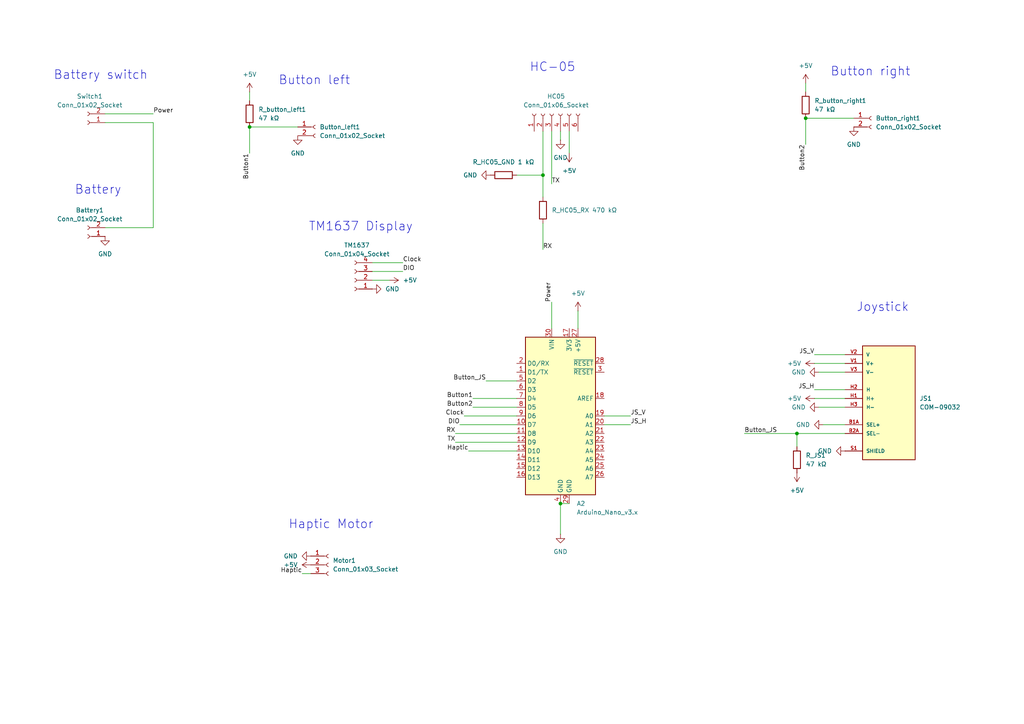
<source format=kicad_sch>
(kicad_sch (version 20250114) (generator "eeschema") (generator_version "9.0")
  (paper "A4")
  (lib_symbols
    (symbol "Connector:Conn_01x02_Socket" (pin_names (offset 1.016) (hide yes))
      (property "Reference" "J" (at 0 2.54 0))
      (property "Value" "Conn_01x02_Socket" (at 0 -5.08 0))
      (symbol "Conn_01x02_Socket_1_1"
        (polyline (pts (xy -1.27 0) (xy -0.508 0)) (stroke (width 0.1524)))
        (polyline (pts (xy -1.27 -2.54) (xy -0.508 -2.54)) (stroke (width 0.1524)))
        (arc (start 0 -0.508) (mid -0.5058 0) (end 0 0.508) (stroke (width 0.1524)))
        (arc (start 0 -3.048) (mid -0.5058 -2.54) (end 0 -2.032) (stroke (width 0.1524)))
        (pin passive line (at -5.08 0 0) (length 3.81) (name "Pin_1") (number "1"))
        (pin passive line (at -5.08 -2.54 0) (length 3.81) (name "Pin_2") (number "2"))
      )
    )
    (symbol "Connector:Conn_01x03_Socket" (pin_names (offset 1.016) (hide yes))
      (property "Reference" "J" (at 0 5.08 0))
      (property "Value" "Conn_01x03_Socket" (at 0 -5.08 0))
      (symbol "Conn_01x03_Socket_1_1"
        (polyline (pts (xy -1.27 2.54) (xy -0.508 2.54)) (stroke (width 0.1524)))
        (polyline (pts (xy -1.27 0) (xy -0.508 0)) (stroke (width 0.1524)))
        (polyline (pts (xy -1.27 -2.54) (xy -0.508 -2.54)) (stroke (width 0.1524)))
        (arc (start 0 2.032) (mid -0.5058 2.54) (end 0 3.048) (stroke (width 0.1524)))
        (arc (start 0 -0.508) (mid -0.5058 0) (end 0 0.508) (stroke (width 0.1524)))
        (arc (start 0 -3.048) (mid -0.5058 -2.54) (end 0 -2.032) (stroke (width 0.1524)))
        (pin passive line (at -5.08 2.54 0) (length 3.81) (name "Pin_1") (number "1"))
        (pin passive line (at -5.08 0 0) (length 3.81) (name "Pin_2") (number "2"))
        (pin passive line (at -5.08 -2.54 0) (length 3.81) (name "Pin_3") (number "3"))
      )
    )
    (symbol "Connector:Conn_01x04_Socket" (pin_names (offset 1.016) (hide yes))
      (property "Reference" "J" (at 0 5.08 0))
      (property "Value" "Conn_01x04_Socket" (at 0 -7.62 0))
      (symbol "Conn_01x04_Socket_1_1"
        (polyline (pts (xy -1.27 2.54) (xy -0.508 2.54)) (stroke (width 0.1524)))
        (polyline (pts (xy -1.27 0) (xy -0.508 0)) (stroke (width 0.1524)))
        (polyline (pts (xy -1.27 -2.54) (xy -0.508 -2.54)) (stroke (width 0.1524)))
        (polyline (pts (xy -1.27 -5.08) (xy -0.508 -5.08)) (stroke (width 0.1524)))
        (arc (start 0 2.032) (mid -0.5058 2.54) (end 0 3.048) (stroke (width 0.1524)))
        (arc (start 0 -0.508) (mid -0.5058 0) (end 0 0.508) (stroke (width 0.1524)))
        (arc (start 0 -3.048) (mid -0.5058 -2.54) (end 0 -2.032) (stroke (width 0.1524)))
        (arc (start 0 -5.588) (mid -0.5058 -5.08) (end 0 -4.572) (stroke (width 0.1524)))
        (pin passive line (at -5.08 2.54 0) (length 3.81) (name "Pin_1") (number "1"))
        (pin passive line (at -5.08 0 0) (length 3.81) (name "Pin_2") (number "2"))
        (pin passive line (at -5.08 -2.54 0) (length 3.81) (name "Pin_3") (number "3"))
        (pin passive line (at -5.08 -5.08 0) (length 3.81) (name "Pin_4") (number "4"))
      )
    )
    (symbol "Connector:Conn_01x06_Socket" (pin_names (offset 1.016) (hide yes))
      (property "Reference" "J" (at 0 7.62 0))
      (property "Value" "Conn_01x06_Socket" (at 0 -10.16 0))
      (symbol "Conn_01x06_Socket_1_1"
        (polyline (pts (xy -1.27 5.08) (xy -0.508 5.08)) (stroke (width 0.1524)))
        (polyline (pts (xy -1.27 2.54) (xy -0.508 2.54)) (stroke (width 0.1524)))
        (polyline (pts (xy -1.27 0) (xy -0.508 0)) (stroke (width 0.1524)))
        (polyline (pts (xy -1.27 -2.54) (xy -0.508 -2.54)) (stroke (width 0.1524)))
        (polyline (pts (xy -1.27 -5.08) (xy -0.508 -5.08)) (stroke (width 0.1524)))
        (polyline (pts (xy -1.27 -7.62) (xy -0.508 -7.62)) (stroke (width 0.1524)))
        (arc (start 0 4.572) (mid -0.5058 5.08) (end 0 5.588) (stroke (width 0.1524)))
        (arc (start 0 2.032) (mid -0.5058 2.54) (end 0 3.048) (stroke (width 0.1524)))
        (arc (start 0 -0.508) (mid -0.5058 0) (end 0 0.508) (stroke (width 0.1524)))
        (arc (start 0 -3.048) (mid -0.5058 -2.54) (end 0 -2.032) (stroke (width 0.1524)))
        (arc (start 0 -5.588) (mid -0.5058 -5.08) (end 0 -4.572) (stroke (width 0.1524)))
        (arc (start 0 -8.128) (mid -0.5058 -7.62) (end 0 -7.112) (stroke (width 0.1524)))
        (pin passive line (at -5.08 5.08 0) (length 3.81) (name "Pin_1") (number "1"))
        (pin passive line (at -5.08 2.54 0) (length 3.81) (name "Pin_2") (number "2"))
        (pin passive line (at -5.08 0 0) (length 3.81) (name "Pin_3") (number "3"))
        (pin passive line (at -5.08 -2.54 0) (length 3.81) (name "Pin_4") (number "4"))
        (pin passive line (at -5.08 -5.08 0) (length 3.81) (name "Pin_5") (number "5"))
        (pin passive line (at -5.08 -7.62 0) (length 3.81) (name "Pin_6") (number "6"))
      )
    )
    (symbol "Device:R" (pin_numbers (hide yes)) (pin_names (offset 0))
      (property "Reference" "R" (at 2.032 0 90))
      (property "Value" "R" (at 0 0 90))
      (symbol "R_0_1"
        (rectangle (start -1.016 -2.54) (end 1.016 2.54) (stroke (width 0.254)))
      )
      (symbol "R_1_1"
        (pin passive line (at 0 3.81 270) (length 1.27) (name "~") (number "1"))
        (pin passive line (at 0 -3.81 90) (length 1.27) (name "~") (number "2"))
      )
    )
    (symbol "Joystick:COM-09032" (pin_names (offset 1.016))
      (property "Reference" "U" (at -7.62 16.002 0))
      (property "Value" "COM-09032" (at -7.62 -20.32 0))
      (symbol "COM-09032_0_0"
        (rectangle (start -7.62 -17.78) (end 7.62 15.24) (stroke (width 0.254)) (fill (type background)))
        (pin passive line (at -12.7 12.7 0) (length 5.08) (name "V") (number "V2"))
        (pin passive line (at -12.7 10.16 0) (length 5.08) (name "V+") (number "V1"))
        (pin passive line (at -12.7 7.62 0) (length 5.08) (name "V-") (number "V3"))
        (pin passive line (at -12.7 2.54 0) (length 5.08) (name "H") (number "H2"))
        (pin passive line (at -12.7 0 0) (length 5.08) (name "H+") (number "H1"))
        (pin passive line (at -12.7 -2.54 0) (length 5.08) (name "H-") (number "H3"))
        (pin passive line (at -12.7 -7.62 0) (length 5.08) (name "SEL+") (number "B1A"))
        (pin passive line (at -12.7 -10.16 0) (length 5.08) (name "SEL-") (number "B2A"))
        (pin passive line (at -12.7 -15.24 0) (length 5.08) (name "SHIELD") (number "S1"))
        (pin passive line (at -12.7 -15.24 0) (length 5.08) (hide yes) (name "SHIELD") (number "S2"))
        (pin passive line (at -12.7 -15.24 0) (length 5.08) (hide yes) (name "SHIELD") (number "S3"))
        (pin passive line (at -12.7 -15.24 0) (length 5.08) (hide yes) (name "SHIELD") (number "S4"))
      )
    )
    (symbol "MCU_Module:Arduino_Nano_v3.x"
      (property "Reference" "A" (at -10.16 23.495 0))
      (property "Value" "Arduino_Nano_v3.x" (at 5.08 -24.13 0))
      (symbol "Arduino_Nano_v3.x_0_1"
        (rectangle (start -10.16 22.86) (end 10.16 -22.86) (stroke (width 0.254)) (fill (type background)))
      )
      (symbol "Arduino_Nano_v3.x_1_1"
        (pin bidirectional line (at -12.7 15.24 0) (length 2.54) (name "D0/RX") (number "2"))
        (pin bidirectional line (at -12.7 12.7 0) (length 2.54) (name "D1/TX") (number "1"))
        (pin bidirectional line (at -12.7 10.16 0) (length 2.54) (name "D2") (number "5"))
        (pin bidirectional line (at -12.7 7.62 0) (length 2.54) (name "D3") (number "6"))
        (pin bidirectional line (at -12.7 5.08 0) (length 2.54) (name "D4") (number "7"))
        (pin bidirectional line (at -12.7 2.54 0) (length 2.54) (name "D5") (number "8"))
        (pin bidirectional line (at -12.7 0 0) (length 2.54) (name "D6") (number "9"))
        (pin bidirectional line (at -12.7 -2.54 0) (length 2.54) (name "D7") (number "10"))
        (pin bidirectional line (at -12.7 -5.08 0) (length 2.54) (name "D8") (number "11"))
        (pin bidirectional line (at -12.7 -7.62 0) (length 2.54) (name "D9") (number "12"))
        (pin bidirectional line (at -12.7 -10.16 0) (length 2.54) (name "D10") (number "13"))
        (pin bidirectional line (at -12.7 -12.7 0) (length 2.54) (name "D11") (number "14"))
        (pin bidirectional line (at -12.7 -15.24 0) (length 2.54) (name "D12") (number "15"))
        (pin bidirectional line (at -12.7 -17.78 0) (length 2.54) (name "D13") (number "16"))
        (pin power_in line (at -2.54 25.4 270) (length 2.54) (name "VIN") (number "30"))
        (pin power_in line (at 0 -25.4 90) (length 2.54) (name "GND") (number "4"))
        (pin power_out line (at 2.54 25.4 270) (length 2.54) (name "3V3") (number "17"))
        (pin power_in line (at 2.54 -25.4 90) (length 2.54) (name "GND") (number "29"))
        (pin power_out line (at 5.08 25.4 270) (length 2.54) (name "+5V") (number "27"))
        (pin input line (at 12.7 15.24 180) (length 2.54) (name "~{RESET}") (number "28"))
        (pin input line (at 12.7 12.7 180) (length 2.54) (name "~{RESET}") (number "3"))
        (pin input line (at 12.7 5.08 180) (length 2.54) (name "AREF") (number "18"))
        (pin bidirectional line (at 12.7 0 180) (length 2.54) (name "A0") (number "19"))
        (pin bidirectional line (at 12.7 -2.54 180) (length 2.54) (name "A1") (number "20"))
        (pin bidirectional line (at 12.7 -5.08 180) (length 2.54) (name "A2") (number "21"))
        (pin bidirectional line (at 12.7 -7.62 180) (length 2.54) (name "A3") (number "22"))
        (pin bidirectional line (at 12.7 -10.16 180) (length 2.54) (name "A4") (number "23"))
        (pin bidirectional line (at 12.7 -12.7 180) (length 2.54) (name "A5") (number "24"))
        (pin bidirectional line (at 12.7 -15.24 180) (length 2.54) (name "A6") (number "25"))
        (pin bidirectional line (at 12.7 -17.78 180) (length 2.54) (name "A7") (number "26"))
      )
    )
    (symbol "power:+5V" (power) (pin_numbers (hide yes)) (pin_names (offset 0) (hide yes))
      (property "Value" "+5V" (at 0 3.556 0))
      (symbol "+5V_0_1"
        (polyline (pts (xy -0.762 1.27) (xy 0 2.54)))
        (polyline (pts (xy 0 2.54) (xy 0.762 1.27)))
        (polyline (pts (xy 0 0) (xy 0 2.54)))
      )
      (symbol "+5V_1_1"
        (pin power_in line (at 0 0 90) (length 0) (name "~") (number "1"))
      )
    )
    (symbol "power:GND" (power) (pin_numbers (hide yes)) (pin_names (offset 0) (hide yes))
      (property "Value" "GND" (at 0 -3.81 0))
      (symbol "GND_0_1"
        (polyline (pts (xy 0 0) (xy 0 -1.27) (xy 1.27 -1.27) (xy 0 -2.54) (xy -1.27 -1.27) (xy 0 -1.27)))
      )
      (symbol "GND_1_1"
        (pin power_in line (at 0 0 270) (length 0) (name "~") (number "1"))
      )
    )
  )
  (text "Battery" (at 28.448 55.118 0) (effects (font (size 2.54 2.54))))
  (text "Battery switch" (at 29.21 21.844 0) (effects (font (size 2.54 2.54))))
  (text "TM1637 Display" (at 104.648 65.786 0) (effects (font (size 2.54 2.54))))
  (text "Button right" (at 252.476 20.828 0) (effects (font (size 2.54 2.54))))
  (text "HC-05" (at 160.274 19.558 0) (effects (font (size 2.54 2.54))))
  (text "Joystick" (at 256.032 89.154 0) (effects (font (size 2.54 2.54))))
  (text "Haptic Motor" (at 96.012 152.146 0) (effects (font (size 2.54 2.54))))
  (text "Button left" (at 91.186 23.368 0) (effects (font (size 2.54 2.54))))
  (junction (at 233.68 34.29))
  (junction (at 157.48 50.8))
  (junction (at 231.14 125.73))
  (junction (at 162.56 146.05))
  (junction (at 72.39 36.83))
  (wire (pts (xy 132.08 128.27) (xy 149.86 128.27)))
  (wire (pts (xy 132.08 125.73) (xy 149.86 125.73)))
  (wire (pts (xy 165.1 44.45) (xy 165.1 38.1)))
  (wire (pts (xy 157.48 72.39) (xy 157.48 64.77)))
  (wire (pts (xy 162.56 146.05) (xy 165.1 146.05)))
  (wire (pts (xy 162.56 146.05) (xy 162.56 154.94)))
  (wire (pts (xy 140.97 110.49) (xy 149.86 110.49)))
  (wire (pts (xy 231.14 125.73) (xy 245.11 125.73)))
  (wire (pts (xy 72.39 29.21) (xy 72.39 26.67)))
  (wire (pts (xy 116.84 76.2) (xy 107.95 76.2)))
  (wire (pts (xy 72.39 36.83) (xy 86.36 36.83)))
  (wire (pts (xy 137.16 115.57) (xy 149.86 115.57)))
  (wire (pts (xy 238.76 123.19) (xy 245.11 123.19)))
  (wire (pts (xy 233.68 41.91) (xy 233.68 34.29)))
  (wire (pts (xy 160.02 87.63) (xy 160.02 95.25)))
  (wire (pts (xy 236.22 102.87) (xy 245.11 102.87)))
  (wire (pts (xy 236.22 105.41) (xy 245.11 105.41)))
  (wire (pts (xy 215.9 125.73) (xy 231.14 125.73)))
  (wire (pts (xy 167.64 90.17) (xy 167.64 95.25)))
  (wire (pts (xy 44.45 33.02) (xy 30.48 33.02)))
  (wire (pts (xy 237.49 118.11) (xy 245.11 118.11)))
  (wire (pts (xy 133.35 123.19) (xy 149.86 123.19)))
  (wire (pts (xy 113.03 81.28) (xy 107.95 81.28)))
  (wire (pts (xy 233.68 34.29) (xy 247.65 34.29)))
  (wire (pts (xy 233.68 26.67) (xy 233.68 24.13)))
  (wire (pts (xy 44.45 66.04) (xy 44.45 35.56)))
  (wire (pts (xy 182.88 120.65) (xy 175.26 120.65)))
  (wire (pts (xy 157.48 50.8) (xy 157.48 57.15)))
  (wire (pts (xy 135.89 130.81) (xy 149.86 130.81)))
  (wire (pts (xy 162.56 40.64) (xy 162.56 38.1)))
  (wire (pts (xy 137.16 118.11) (xy 149.86 118.11)))
  (wire (pts (xy 30.48 66.04) (xy 44.45 66.04)))
  (wire (pts (xy 72.39 44.45) (xy 72.39 36.83)))
  (wire (pts (xy 87.63 166.37) (xy 90.17 166.37)))
  (wire (pts (xy 237.49 107.95) (xy 245.11 107.95)))
  (wire (pts (xy 157.48 38.1) (xy 157.48 50.8)))
  (wire (pts (xy 182.88 123.19) (xy 175.26 123.19)))
  (wire (pts (xy 160.02 53.34) (xy 160.02 38.1)))
  (wire (pts (xy 134.62 120.65) (xy 149.86 120.65)))
  (wire (pts (xy 30.48 35.56) (xy 44.45 35.56)))
  (wire (pts (xy 116.84 78.74) (xy 107.95 78.74)))
  (wire (pts (xy 236.22 113.03) (xy 245.11 113.03)))
  (wire (pts (xy 231.14 125.73) (xy 231.14 129.54)))
  (wire (pts (xy 149.86 50.8) (xy 157.48 50.8)))
  (wire (pts (xy 236.22 115.57) (xy 245.11 115.57)))
  (label "Power" (at 160.02 87.63 90))
  (label "RX" (at 132.08 125.73 180))
  (label "Button1" (at 72.39 44.45 270))
  (label "JS_H" (at 182.88 123.19 0))
  (label "Clock" (at 116.84 76.2 0))
  (label "RX" (at 157.48 72.39 0))
  (label "TX" (at 160.02 53.34 0))
  (label "TX" (at 132.08 128.27 180))
  (label "DIO" (at 133.35 123.19 180))
  (label "JS_V" (at 236.22 102.87 180))
  (label "Button2" (at 233.68 41.91 270))
  (label "Power" (at 44.45 33.02 0))
  (label "Button_JS" (at 140.97 110.49 180))
  (label "Clock" (at 134.62 120.65 180))
  (label "Button2" (at 137.16 118.11 180))
  (label "DIO" (at 116.84 78.74 0))
  (label "Haptic" (at 87.63 166.37 180))
  (label "Button1" (at 137.16 115.57 180))
  (label "Button_JS" (at 215.9 125.73 0))
  (label "JS_V" (at 182.88 120.65 0))
  (label "Haptic" (at 135.89 130.81 180))
  (label "JS_H" (at 236.22 113.03 180))
  (symbol (lib_id "power:GND") (at 86.36 39.37 0) (unit 1)
    (property "Reference" "#PWR021" (effects (hide yes)))
    (property "Value" "GND" (at 86.36 44.45 0))
    (property "Description" "Power symbol creates a global label with name \"GND\" , ground" (effects (hide yes)))
  )
  (symbol (lib_id "power:+5V") (at 236.22 115.57 90) (unit 1)
    (property "Reference" "#PWR026" (effects (hide yes)))
    (property "Value" "+5V" (at 232.41 115.5699 90) (effects (justify left)))
    (property "Description" "Power symbol creates a global label with name \"+5V\"" (effects (hide yes)))
  )
  (symbol (lib_id "Device:R") (at 233.68 30.48 0) (unit 1)
    (property "Reference" "R_button_right1" (at 236.22 29.2099 0) (effects (justify left)))
    (property "Value" "47 kΩ" (at 236.22 31.7499 0) (effects (justify left)))
    (property "Footprint" "Resistor_THT:R_Axial_DIN0207_L6.3mm_D2.5mm_P10.16mm_Horizontal" (effects (hide yes)))
    (property "Description" "Resistor" (effects (hide yes)))
  )
  (symbol (lib_id "power:GND") (at 247.65 36.83 0) (unit 1)
    (property "Reference" "#PWR019" (effects (hide yes)))
    (property "Value" "GND" (at 247.65 41.91 0))
    (property "Description" "Power symbol creates a global label with name \"GND\" , ground" (effects (hide yes)))
  )
  (symbol (lib_id "power:GND") (at 142.24 50.8 270) (unit 1)
    (property "Reference" "#PWR09" (effects (hide yes)))
    (property "Value" "GND" (at 138.43 50.7999 90) (effects (justify right)))
    (property "Description" "Power symbol creates a global label with name \"GND\" , ground" (effects (hide yes)))
  )
  (symbol (lib_id "Connector:Conn_01x03_Socket") (at 95.25 163.83 0) (unit 1)
    (property "Reference" "Motor1" (at 96.52 162.5599 0) (effects (justify left)))
    (property "Value" "Conn_01x03_Socket" (at 96.52 165.0999 0) (effects (justify left)))
    (property "Footprint" "Connector_PinSocket_2.00mm:PinSocket_1x03_P2.00mm_Horizontal" (effects (hide yes)))
    (property "Description" "Generic connector, single row, 01x03, script generated" (effects (hide yes)))
  )
  (symbol (lib_id "power:GND") (at 162.56 40.64 0) (unit 1)
    (property "Reference" "#PWR02" (effects (hide yes)))
    (property "Value" "GND" (at 162.56 45.72 0))
    (property "Description" "Power symbol creates a global label with name \"GND\" , ground" (effects (hide yes)))
  )
  (symbol (lib_id "Connector:Conn_01x02_Socket") (at 91.44 36.83 0) (unit 1)
    (property "Reference" "Button_left1" (at 92.71 36.8299 0) (effects (justify left)))
    (property "Value" "Conn_01x02_Socket" (at 92.71 39.3699 0) (effects (justify left)))
    (property "Footprint" "Connector_JST:JST_XH_B2B-XH-A_1x02_P2.50mm_Vertical" (effects (hide yes)))
    (property "Description" "Generic connector, single row, 01x02, script generated" (effects (hide yes)))
  )
  (symbol (lib_id "Connector:Conn_01x06_Socket") (at 160.02 33.02 90) (unit 1)
    (property "Reference" "HC05" (at 161.29 27.94 90))
    (property "Value" "Conn_01x06_Socket" (at 161.29 30.48 90))
    (property "Footprint" "Connector_PinSocket_2.54mm:PinSocket_1x06_P2.54mm_Horizontal" (effects (hide yes)))
    (property "Description" "Generic connector, single row, 01x06, script generated" (effects (hide yes)))
  )
  (symbol (lib_id "MCU_Module:Arduino_Nano_v3.x") (at 162.56 120.65 0) (unit 1)
    (property "Reference" "A2" (at 167.2433 146.05 0) (effects (justify left)))
    (property "Value" "Arduino_Nano_v3.x" (at 167.2433 148.59 0) (effects (justify left)))
    (property "Footprint" "Module:Arduino_Nano" (effects (hide yes)))
    (property "Datasheet" "http://www.mouser.com/pdfdocs/Gravitech_Arduino_Nano3_0.pdf" (effects (hide yes)))
    (property "Description" "Arduino Nano v3.x" (effects (hide yes)))
  )
  (symbol (lib_id "power:GND") (at 107.95 83.82 90) (unit 1)
    (property "Reference" "#PWR023" (effects (hide yes)))
    (property "Value" "GND" (at 111.76 83.8199 90) (effects (justify right)))
    (property "Description" "Power symbol creates a global label with name \"GND\" , ground" (effects (hide yes)))
  )
  (symbol (lib_id "Connector:Conn_01x02_Socket") (at 25.4 68.58 180) (unit 1)
    (property "Reference" "Battery1" (at 26.035 60.96 0))
    (property "Value" "Conn_01x02_Socket" (at 26.035 63.5 0))
    (property "Footprint" "Connector_JST:JST_XH_B2B-XH-A_1x02_P2.50mm_Vertical" (effects (hide yes)))
    (property "Description" "Generic connector, single row, 01x02, script generated" (effects (hide yes)))
  )
  (symbol (lib_id "Device:R") (at 72.39 33.02 0) (unit 1)
    (property "Reference" "R_button_left1" (at 74.93 31.7499 0) (effects (justify left)))
    (property "Value" "47 kΩ" (at 74.93 34.2899 0) (effects (justify left)))
    (property "Footprint" "Resistor_THT:R_Axial_DIN0207_L6.3mm_D2.5mm_P10.16mm_Horizontal" (effects (hide yes)))
    (property "Description" "Resistor" (effects (hide yes)))
  )
  (symbol (lib_id "power:+5V") (at 165.1 44.45 180) (unit 1)
    (property "Reference" "#PWR01" (effects (hide yes)))
    (property "Value" "+5V" (at 165.1 49.53 0))
    (property "Description" "Power symbol creates a global label with name \"+5V\"" (effects (hide yes)))
  )
  (symbol (lib_id "power:GND") (at 237.49 107.95 270) (unit 1)
    (property "Reference" "#PWR03" (effects (hide yes)))
    (property "Value" "GND" (at 233.68 107.9499 90) (effects (justify right)))
    (property "Description" "Power symbol creates a global label with name \"GND\" , ground" (effects (hide yes)))
  )
  (symbol (lib_id "power:+5V") (at 90.17 163.83 90) (unit 1)
    (property "Reference" "#PWR028" (effects (hide yes)))
    (property "Value" "+5V" (at 86.36 163.8299 90) (effects (justify left)))
    (property "Description" "Power symbol creates a global label with name \"+5V\"" (effects (hide yes)))
  )
  (symbol (lib_id "Device:R") (at 146.05 50.8 90) (unit 1)
    (property "Reference" "R2" (effects (hide yes)))
    (property "Value" "R_HC05_GND 1 kΩ" (at 146.05 46.99 90))
    (property "Footprint" "Resistor_THT:R_Axial_DIN0207_L6.3mm_D2.5mm_P10.16mm_Horizontal" (effects (hide yes)))
    (property "Description" "Resistor" (effects (hide yes)))
  )
  (symbol (lib_id "power:+5V") (at 231.14 137.16 180) (unit 1)
    (property "Reference" "#PWR016" (effects (hide yes)))
    (property "Value" "+5V" (at 231.14 142.24 0))
    (property "Description" "Power symbol creates a global label with name \"+5V\"" (effects (hide yes)))
  )
  (symbol (lib_id "Joystick:COM-09032") (at 257.81 115.57 0) (unit 1)
    (property "Reference" "JS1" (at 266.7 115.5699 0) (effects (justify left)))
    (property "Value" "COM-09032" (at 266.7 118.1099 0) (effects (justify left)))
    (property "Footprint" "COM-09032:XDCR_COM-09032" (effects (hide yes)))
    (property "MF" "SparkFun Electronics" (effects (hide yes)))
    (property "MAXIMUM_PACKAGE_HEIGHT" "30.1mm" (effects (hide yes)))
    (property "Package" "Package" (effects (hide yes)))
    (property "Price" "None" (effects (hide yes)))
    (property "Check_prices" "https://www.snapeda.com/parts/COM-09032/SparkFun/view-part/?ref=eda" (effects (hide yes)))
    (property "STANDARD" "Manufacturer Recommendations" (effects (hide yes)))
    (property "PARTREV" "N/A" (effects (hide yes)))
    (property "SnapEDA_Link" "https://www.snapeda.com/parts/COM-09032/SparkFun/view-part/?ref=snap" (effects (hide yes)))
    (property "MP" "COM-09032" (effects (hide yes)))
    (property "Purchase-URL" "https://www.snapeda.com/api/url_track_click_mouser/?unipart_id=888157&manufacturer=SparkFun Electronics&part_name=COM-09032&search_term=com-09032" (effects (hide yes)))
    (property "Description_1" "Joystick, 2 - Axis Analog (Resistive) Output" (effects (hide yes)))
    (property "Availability" "Not in stock" (effects (hide yes)))
    (property "MANUFACTURER" "SparkFun Electronics" (effects (hide yes)))
  )
  (symbol (lib_id "power:+5V") (at 236.22 105.41 90) (unit 1)
    (property "Reference" "#PWR025" (effects (hide yes)))
    (property "Value" "+5V" (at 232.41 105.4099 90) (effects (justify left)))
    (property "Description" "Power symbol creates a global label with name \"+5V\"" (effects (hide yes)))
  )
  (symbol (lib_id "Device:R") (at 231.14 133.35 0) (unit 1)
    (property "Reference" "R_JS1" (at 233.68 132.0799 0) (effects (justify left)))
    (property "Value" "47 kΩ" (at 233.68 134.6199 0) (effects (justify left)))
    (property "Footprint" "Resistor_THT:R_Axial_DIN0207_L6.3mm_D2.5mm_P10.16mm_Horizontal" (effects (hide yes)))
    (property "Description" "Resistor" (effects (hide yes)))
  )
  (symbol (lib_id "power:GND") (at 90.17 161.29 270) (unit 1)
    (property "Reference" "#PWR027" (effects (hide yes)))
    (property "Value" "GND" (at 86.36 161.2899 90) (effects (justify right)))
    (property "Description" "Power symbol creates a global label with name \"GND\" , ground" (effects (hide yes)))
  )
  (symbol (lib_id "Device:R") (at 157.48 60.96 0) (unit 1)
    (property "Reference" "R1" (effects (hide yes)))
    (property "Value" "R_HC05_RX 470 kΩ" (at 160.02 60.9599 0) (effects (justify left)))
    (property "Footprint" "Resistor_THT:R_Axial_DIN0207_L6.3mm_D2.5mm_P10.16mm_Horizontal" (effects (hide yes)))
    (property "Description" "Resistor" (effects (hide yes)))
  )
  (symbol (lib_id "power:+5V") (at 167.64 90.17 0) (unit 1)
    (property "Reference" "#PWR011" (effects (hide yes)))
    (property "Value" "+5V" (at 167.64 85.09 0))
    (property "Description" "Power symbol creates a global label with name \"+5V\"" (effects (hide yes)))
  )
  (symbol (lib_id "power:GND") (at 30.48 68.58 0) (unit 1)
    (property "Reference" "#PWR024" (effects (hide yes)))
    (property "Value" "GND" (at 30.48 73.66 0))
    (property "Description" "Power symbol creates a global label with name \"GND\" , ground" (effects (hide yes)))
  )
  (symbol (lib_id "power:+5V") (at 113.03 81.28 270) (unit 1)
    (property "Reference" "#PWR022" (effects (hide yes)))
    (property "Value" "+5V" (at 116.84 81.2799 90) (effects (justify left)))
    (property "Description" "Power symbol creates a global label with name \"+5V\"" (effects (hide yes)))
  )
  (symbol (lib_id "power:GND") (at 237.49 118.11 270) (unit 1)
    (property "Reference" "#PWR04" (effects (hide yes)))
    (property "Value" "GND" (at 233.68 118.1099 90) (effects (justify right)))
    (property "Description" "Power symbol creates a global label with name \"GND\" , ground" (effects (hide yes)))
  )
  (symbol (lib_id "Connector:Conn_01x04_Socket") (at 102.87 81.28 180) (unit 1)
    (property "Reference" "TM1637" (at 103.505 71.12 0))
    (property "Value" "Conn_01x04_Socket" (at 103.505 73.66 0))
    (property "Footprint" "Connector_PinSocket_2.54mm:PinSocket_1x04_P2.54mm_Vertical" (effects (hide yes)))
    (property "Description" "Generic connector, single row, 01x04, script generated" (effects (hide yes)))
  )
  (symbol (lib_id "power:GND") (at 162.56 154.94 0) (unit 1)
    (property "Reference" "#PWR010" (effects (hide yes)))
    (property "Value" "GND" (at 162.56 160.02 0))
    (property "Description" "Power symbol creates a global label with name \"GND\" , ground" (effects (hide yes)))
  )
  (symbol (lib_id "Connector:Conn_01x02_Socket") (at 252.73 34.29 0) (unit 1)
    (property "Reference" "Button_right1" (at 254 34.2899 0) (effects (justify left)))
    (property "Value" "Conn_01x02_Socket" (at 254 36.8299 0) (effects (justify left)))
    (property "Footprint" "Connector_JST:JST_XH_B2B-XH-A_1x02_P2.50mm_Vertical" (effects (hide yes)))
    (property "Description" "Generic connector, single row, 01x02, script generated" (effects (hide yes)))
  )
  (symbol (lib_id "power:+5V") (at 72.39 26.67 0) (unit 1)
    (property "Reference" "#PWR020" (effects (hide yes)))
    (property "Value" "+5V" (at 72.39 21.59 0))
    (property "Description" "Power symbol creates a global label with name \"+5V\"" (effects (hide yes)))
  )
  (symbol (lib_id "power:GND") (at 238.76 123.19 270) (unit 1)
    (property "Reference" "#PWR07" (effects (hide yes)))
    (property "Value" "GND" (at 234.95 123.1899 90) (effects (justify right)))
    (property "Description" "Power symbol creates a global label with name \"GND\" , ground" (effects (hide yes)))
  )
  (symbol (lib_id "Connector:Conn_01x02_Socket") (at 25.4 35.56 180) (unit 1)
    (property "Reference" "Switch1" (at 26.035 27.94 0))
    (property "Value" "Conn_01x02_Socket" (at 26.035 30.48 0))
    (property "Footprint" "Connector_JST:JST_XH_B2B-XH-A_1x02_P2.50mm_Vertical" (effects (hide yes)))
    (property "Description" "Generic connector, single row, 01x02, script generated" (effects (hide yes)))
  )
  (symbol (lib_id "power:+5V") (at 233.68 24.13 0) (unit 1)
    (property "Reference" "#PWR018" (effects (hide yes)))
    (property "Value" "+5V" (at 233.68 19.05 0))
    (property "Description" "Power symbol creates a global label with name \"+5V\"" (effects (hide yes)))
  )
  (symbol (lib_id "power:GND") (at 245.11 130.81 270) (unit 1)
    (property "Reference" "#PWR08" (effects (hide yes)))
    (property "Value" "GND" (at 241.3 130.8099 90) (effects (justify right)))
    (property "Description" "Power symbol creates a global label with name \"GND\" , ground" (effects (hide yes)))
  )
)
</source>
